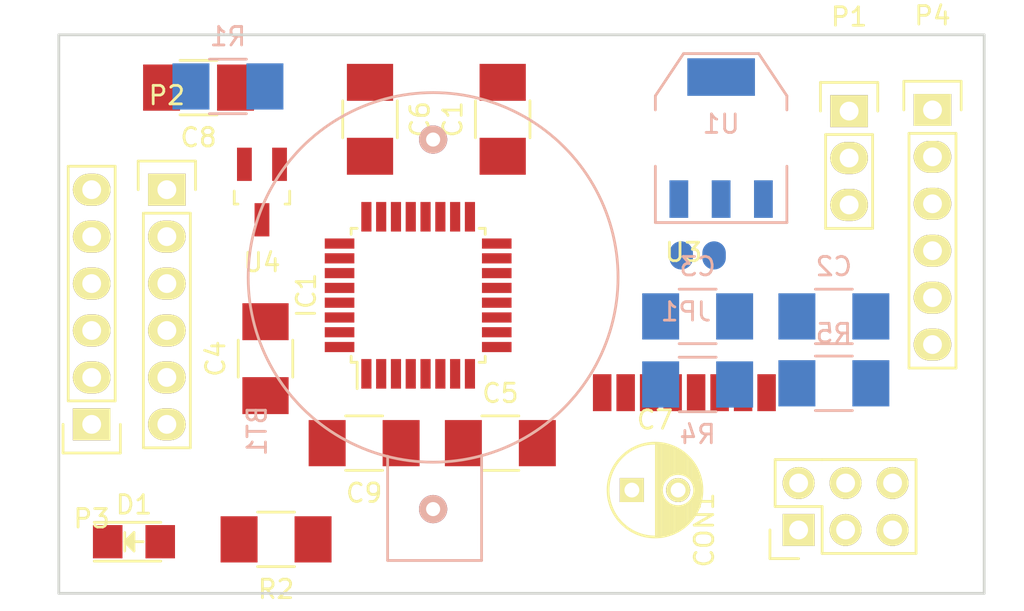
<source format=kicad_pcb>
(kicad_pcb (version 4) (host pcbnew 4.0.2-stable)

  (general
    (links 72)
    (no_connects 72)
    (area 143.561999 77.521999 193.750001 107.898001)
    (thickness 1.6)
    (drawings 12)
    (tracks 0)
    (zones 0)
    (modules 25)
    (nets 34)
  )

  (page A4)
  (layers
    (0 F.Cu signal)
    (31 B.Cu signal)
    (32 B.Adhes user)
    (33 F.Adhes user)
    (34 B.Paste user)
    (35 F.Paste user)
    (36 B.SilkS user)
    (37 F.SilkS user)
    (38 B.Mask user)
    (39 F.Mask user)
    (40 Dwgs.User user)
    (41 Cmts.User user)
    (42 Eco1.User user)
    (43 Eco2.User user)
    (44 Edge.Cuts user)
    (45 Margin user)
    (46 B.CrtYd user)
    (47 F.CrtYd user)
    (48 B.Fab user)
    (49 F.Fab user)
  )

  (setup
    (last_trace_width 0.25)
    (trace_clearance 0.2)
    (zone_clearance 0.508)
    (zone_45_only no)
    (trace_min 0.2)
    (segment_width 0.2)
    (edge_width 0.15)
    (via_size 0.6)
    (via_drill 0.4)
    (via_min_size 0.4)
    (via_min_drill 0.3)
    (uvia_size 0.3)
    (uvia_drill 0.1)
    (uvias_allowed no)
    (uvia_min_size 0.2)
    (uvia_min_drill 0.1)
    (pcb_text_width 0.3)
    (pcb_text_size 1.5 1.5)
    (mod_edge_width 0.15)
    (mod_text_size 1 1)
    (mod_text_width 0.15)
    (pad_size 1.524 1.524)
    (pad_drill 0.762)
    (pad_to_mask_clearance 0.2)
    (aux_axis_origin 0 0)
    (grid_origin 158.877 98.171)
    (visible_elements 7FFFFFFF)
    (pcbplotparams
      (layerselection 0x00030_80000001)
      (usegerberextensions false)
      (excludeedgelayer true)
      (linewidth 0.100000)
      (plotframeref false)
      (viasonmask false)
      (mode 1)
      (useauxorigin false)
      (hpglpennumber 1)
      (hpglpenspeed 20)
      (hpglpendiameter 15)
      (hpglpenoverlay 2)
      (psnegative false)
      (psa4output false)
      (plotreference true)
      (plotvalue true)
      (plotinvisibletext false)
      (padsonsilk false)
      (subtractmaskfromsilk false)
      (outputformat 1)
      (mirror false)
      (drillshape 1)
      (scaleselection 1)
      (outputdirectory ""))
  )

  (net 0 "")
  (net 1 GND)
  (net 2 "Net-(C1-Pad1)")
  (net 3 +BATT)
  (net 4 D3/Int1)
  (net 5 "Net-(IC1-Pad2)")
  (net 6 "Net-(IC1-Pad7)")
  (net 7 "Net-(IC1-Pad8)")
  (net 8 "Net-(IC1-Pad10)")
  (net 9 CE)
  (net 10 CSN)
  (net 11 MOSI)
  (net 12 MISO)
  (net 13 SCK)
  (net 14 "Net-(IC1-Pad19)")
  (net 15 "Net-(IC1-Pad22)")
  (net 16 A0)
  (net 17 A1)
  (net 18 A2)
  (net 19 A3)
  (net 20 SDA)
  (net 21 SCL)
  (net 22 RX)
  (net 23 TX)
  (net 24 D2/Int0)
  (net 25 Reset)
  (net 26 DTR)
  (net 27 "Net-(IC1-Pad11)")
  (net 28 D8)
  (net 29 "Net-(D1-Pad2)")
  (net 30 D5)
  (net 31 "Net-(BT1-Pad1)")
  (net 32 "Net-(C2-Pad1)")
  (net 33 "Net-(U3-Pad8)")

  (net_class Default "Dies ist die voreingestellte Netzklasse."
    (clearance 0.2)
    (trace_width 0.25)
    (via_dia 0.6)
    (via_drill 0.4)
    (uvia_dia 0.3)
    (uvia_drill 0.1)
    (add_net +BATT)
    (add_net A0)
    (add_net A1)
    (add_net A2)
    (add_net A3)
    (add_net CE)
    (add_net CSN)
    (add_net D2/Int0)
    (add_net D3/Int1)
    (add_net D5)
    (add_net D8)
    (add_net DTR)
    (add_net GND)
    (add_net MISO)
    (add_net MOSI)
    (add_net "Net-(BT1-Pad1)")
    (add_net "Net-(C1-Pad1)")
    (add_net "Net-(C2-Pad1)")
    (add_net "Net-(D1-Pad2)")
    (add_net "Net-(IC1-Pad10)")
    (add_net "Net-(IC1-Pad11)")
    (add_net "Net-(IC1-Pad19)")
    (add_net "Net-(IC1-Pad2)")
    (add_net "Net-(IC1-Pad22)")
    (add_net "Net-(IC1-Pad7)")
    (add_net "Net-(IC1-Pad8)")
    (add_net "Net-(U3-Pad8)")
    (add_net RX)
    (add_net Reset)
    (add_net SCK)
    (add_net SCL)
    (add_net SDA)
    (add_net TX)
  )

  (module Pin_Headers:Pin_Header_Straight_2x03 (layer F.Cu) (tedit 54EA0A4B) (tstamp 575452DD)
    (at 183.642 104.394 90)
    (descr "Through hole pin header")
    (tags "pin header")
    (path /57533B2A)
    (fp_text reference CON1 (at 0 -5.1 90) (layer F.SilkS)
      (effects (font (size 1 1) (thickness 0.15)))
    )
    (fp_text value AVR-ISP-6 (at 0 -3.1 90) (layer F.Fab)
      (effects (font (size 1 1) (thickness 0.15)))
    )
    (fp_line (start -1.27 1.27) (end -1.27 6.35) (layer F.SilkS) (width 0.15))
    (fp_line (start -1.55 -1.55) (end 0 -1.55) (layer F.SilkS) (width 0.15))
    (fp_line (start -1.75 -1.75) (end -1.75 6.85) (layer F.CrtYd) (width 0.05))
    (fp_line (start 4.3 -1.75) (end 4.3 6.85) (layer F.CrtYd) (width 0.05))
    (fp_line (start -1.75 -1.75) (end 4.3 -1.75) (layer F.CrtYd) (width 0.05))
    (fp_line (start -1.75 6.85) (end 4.3 6.85) (layer F.CrtYd) (width 0.05))
    (fp_line (start 1.27 -1.27) (end 1.27 1.27) (layer F.SilkS) (width 0.15))
    (fp_line (start 1.27 1.27) (end -1.27 1.27) (layer F.SilkS) (width 0.15))
    (fp_line (start -1.27 6.35) (end 3.81 6.35) (layer F.SilkS) (width 0.15))
    (fp_line (start 3.81 6.35) (end 3.81 1.27) (layer F.SilkS) (width 0.15))
    (fp_line (start -1.55 -1.55) (end -1.55 0) (layer F.SilkS) (width 0.15))
    (fp_line (start 3.81 -1.27) (end 1.27 -1.27) (layer F.SilkS) (width 0.15))
    (fp_line (start 3.81 1.27) (end 3.81 -1.27) (layer F.SilkS) (width 0.15))
    (pad 1 thru_hole rect (at 0 0 90) (size 1.7272 1.7272) (drill 1.016) (layers *.Cu *.Mask F.SilkS)
      (net 12 MISO))
    (pad 2 thru_hole oval (at 2.54 0 90) (size 1.7272 1.7272) (drill 1.016) (layers *.Cu *.Mask F.SilkS)
      (net 3 +BATT))
    (pad 3 thru_hole oval (at 0 2.54 90) (size 1.7272 1.7272) (drill 1.016) (layers *.Cu *.Mask F.SilkS)
      (net 13 SCK))
    (pad 4 thru_hole oval (at 2.54 2.54 90) (size 1.7272 1.7272) (drill 1.016) (layers *.Cu *.Mask F.SilkS)
      (net 11 MOSI))
    (pad 5 thru_hole oval (at 0 5.08 90) (size 1.7272 1.7272) (drill 1.016) (layers *.Cu *.Mask F.SilkS)
      (net 25 Reset))
    (pad 6 thru_hole oval (at 2.54 5.08 90) (size 1.7272 1.7272) (drill 1.016) (layers *.Cu *.Mask F.SilkS)
      (net 1 GND))
    (model Pin_Headers.3dshapes/Pin_Header_Straight_2x03.wrl
      (at (xyz 0.05 -0.1 0))
      (scale (xyz 1 1 1))
      (rotate (xyz 0 0 90))
    )
  )

  (module Housings_QFP:TQFP-32_7x7mm_Pitch0.8mm (layer F.Cu) (tedit 54130A77) (tstamp 57545307)
    (at 163.068 91.694 90)
    (descr "32-Lead Plastic Thin Quad Flatpack (PT) - 7x7x1.0 mm Body, 2.00 mm [TQFP] (see Microchip Packaging Specification 00000049BS.pdf)")
    (tags "QFP 0.8")
    (path /5734D1E1)
    (attr smd)
    (fp_text reference IC1 (at 0 -6.05 90) (layer F.SilkS)
      (effects (font (size 1 1) (thickness 0.15)))
    )
    (fp_text value ATMEGA328P-A (at 0 6.05 90) (layer F.Fab)
      (effects (font (size 1 1) (thickness 0.15)))
    )
    (fp_line (start -5.3 -5.3) (end -5.3 5.3) (layer F.CrtYd) (width 0.05))
    (fp_line (start 5.3 -5.3) (end 5.3 5.3) (layer F.CrtYd) (width 0.05))
    (fp_line (start -5.3 -5.3) (end 5.3 -5.3) (layer F.CrtYd) (width 0.05))
    (fp_line (start -5.3 5.3) (end 5.3 5.3) (layer F.CrtYd) (width 0.05))
    (fp_line (start -3.625 -3.625) (end -3.625 -3.3) (layer F.SilkS) (width 0.15))
    (fp_line (start 3.625 -3.625) (end 3.625 -3.3) (layer F.SilkS) (width 0.15))
    (fp_line (start 3.625 3.625) (end 3.625 3.3) (layer F.SilkS) (width 0.15))
    (fp_line (start -3.625 3.625) (end -3.625 3.3) (layer F.SilkS) (width 0.15))
    (fp_line (start -3.625 -3.625) (end -3.3 -3.625) (layer F.SilkS) (width 0.15))
    (fp_line (start -3.625 3.625) (end -3.3 3.625) (layer F.SilkS) (width 0.15))
    (fp_line (start 3.625 3.625) (end 3.3 3.625) (layer F.SilkS) (width 0.15))
    (fp_line (start 3.625 -3.625) (end 3.3 -3.625) (layer F.SilkS) (width 0.15))
    (fp_line (start -3.625 -3.3) (end -5.05 -3.3) (layer F.SilkS) (width 0.15))
    (pad 1 smd rect (at -4.25 -2.8 90) (size 1.6 0.55) (layers F.Cu F.Paste F.Mask)
      (net 4 D3/Int1))
    (pad 2 smd rect (at -4.25 -2 90) (size 1.6 0.55) (layers F.Cu F.Paste F.Mask)
      (net 5 "Net-(IC1-Pad2)"))
    (pad 3 smd rect (at -4.25 -1.2 90) (size 1.6 0.55) (layers F.Cu F.Paste F.Mask)
      (net 1 GND))
    (pad 4 smd rect (at -4.25 -0.4 90) (size 1.6 0.55) (layers F.Cu F.Paste F.Mask)
      (net 3 +BATT))
    (pad 5 smd rect (at -4.25 0.4 90) (size 1.6 0.55) (layers F.Cu F.Paste F.Mask)
      (net 1 GND))
    (pad 6 smd rect (at -4.25 1.2 90) (size 1.6 0.55) (layers F.Cu F.Paste F.Mask)
      (net 3 +BATT))
    (pad 7 smd rect (at -4.25 2 90) (size 1.6 0.55) (layers F.Cu F.Paste F.Mask)
      (net 6 "Net-(IC1-Pad7)"))
    (pad 8 smd rect (at -4.25 2.8 90) (size 1.6 0.55) (layers F.Cu F.Paste F.Mask)
      (net 7 "Net-(IC1-Pad8)"))
    (pad 9 smd rect (at -2.8 4.25 180) (size 1.6 0.55) (layers F.Cu F.Paste F.Mask)
      (net 30 D5))
    (pad 10 smd rect (at -2 4.25 180) (size 1.6 0.55) (layers F.Cu F.Paste F.Mask)
      (net 8 "Net-(IC1-Pad10)"))
    (pad 11 smd rect (at -1.2 4.25 180) (size 1.6 0.55) (layers F.Cu F.Paste F.Mask)
      (net 27 "Net-(IC1-Pad11)"))
    (pad 12 smd rect (at -0.4 4.25 180) (size 1.6 0.55) (layers F.Cu F.Paste F.Mask)
      (net 28 D8))
    (pad 13 smd rect (at 0.4 4.25 180) (size 1.6 0.55) (layers F.Cu F.Paste F.Mask)
      (net 9 CE))
    (pad 14 smd rect (at 1.2 4.25 180) (size 1.6 0.55) (layers F.Cu F.Paste F.Mask)
      (net 10 CSN))
    (pad 15 smd rect (at 2 4.25 180) (size 1.6 0.55) (layers F.Cu F.Paste F.Mask)
      (net 11 MOSI))
    (pad 16 smd rect (at 2.8 4.25 180) (size 1.6 0.55) (layers F.Cu F.Paste F.Mask)
      (net 12 MISO))
    (pad 17 smd rect (at 4.25 2.8 90) (size 1.6 0.55) (layers F.Cu F.Paste F.Mask)
      (net 13 SCK))
    (pad 18 smd rect (at 4.25 2 90) (size 1.6 0.55) (layers F.Cu F.Paste F.Mask)
      (net 3 +BATT))
    (pad 19 smd rect (at 4.25 1.2 90) (size 1.6 0.55) (layers F.Cu F.Paste F.Mask)
      (net 14 "Net-(IC1-Pad19)"))
    (pad 20 smd rect (at 4.25 0.4 90) (size 1.6 0.55) (layers F.Cu F.Paste F.Mask)
      (net 2 "Net-(C1-Pad1)"))
    (pad 21 smd rect (at 4.25 -0.4 90) (size 1.6 0.55) (layers F.Cu F.Paste F.Mask)
      (net 1 GND))
    (pad 22 smd rect (at 4.25 -1.2 90) (size 1.6 0.55) (layers F.Cu F.Paste F.Mask)
      (net 15 "Net-(IC1-Pad22)"))
    (pad 23 smd rect (at 4.25 -2 90) (size 1.6 0.55) (layers F.Cu F.Paste F.Mask)
      (net 16 A0))
    (pad 24 smd rect (at 4.25 -2.8 90) (size 1.6 0.55) (layers F.Cu F.Paste F.Mask)
      (net 17 A1))
    (pad 25 smd rect (at 2.8 -4.25 180) (size 1.6 0.55) (layers F.Cu F.Paste F.Mask)
      (net 18 A2))
    (pad 26 smd rect (at 2 -4.25 180) (size 1.6 0.55) (layers F.Cu F.Paste F.Mask)
      (net 19 A3))
    (pad 27 smd rect (at 1.2 -4.25 180) (size 1.6 0.55) (layers F.Cu F.Paste F.Mask)
      (net 20 SDA))
    (pad 28 smd rect (at 0.4 -4.25 180) (size 1.6 0.55) (layers F.Cu F.Paste F.Mask)
      (net 21 SCL))
    (pad 29 smd rect (at -0.4 -4.25 180) (size 1.6 0.55) (layers F.Cu F.Paste F.Mask)
      (net 25 Reset))
    (pad 30 smd rect (at -1.2 -4.25 180) (size 1.6 0.55) (layers F.Cu F.Paste F.Mask)
      (net 22 RX))
    (pad 31 smd rect (at -2 -4.25 180) (size 1.6 0.55) (layers F.Cu F.Paste F.Mask)
      (net 23 TX))
    (pad 32 smd rect (at -2.8 -4.25 180) (size 1.6 0.55) (layers F.Cu F.Paste F.Mask)
      (net 24 D2/Int0))
    (model Housings_QFP.3dshapes/TQFP-32_7x7mm_Pitch0.8mm.wrl
      (at (xyz 0 0 0))
      (scale (xyz 1 1 1))
      (rotate (xyz 0 0 0))
    )
  )

  (module Pin_Headers:Pin_Header_Straight_1x06 (layer F.Cu) (tedit 0) (tstamp 5754531B)
    (at 149.479 85.979)
    (descr "Through hole pin header")
    (tags "pin header")
    (path /57532D05)
    (fp_text reference P2 (at 0 -5.1) (layer F.SilkS)
      (effects (font (size 1 1) (thickness 0.15)))
    )
    (fp_text value CONN_01X06 (at 0 -3.1) (layer F.Fab)
      (effects (font (size 1 1) (thickness 0.15)))
    )
    (fp_line (start -1.75 -1.75) (end -1.75 14.45) (layer F.CrtYd) (width 0.05))
    (fp_line (start 1.75 -1.75) (end 1.75 14.45) (layer F.CrtYd) (width 0.05))
    (fp_line (start -1.75 -1.75) (end 1.75 -1.75) (layer F.CrtYd) (width 0.05))
    (fp_line (start -1.75 14.45) (end 1.75 14.45) (layer F.CrtYd) (width 0.05))
    (fp_line (start 1.27 1.27) (end 1.27 13.97) (layer F.SilkS) (width 0.15))
    (fp_line (start 1.27 13.97) (end -1.27 13.97) (layer F.SilkS) (width 0.15))
    (fp_line (start -1.27 13.97) (end -1.27 1.27) (layer F.SilkS) (width 0.15))
    (fp_line (start 1.55 -1.55) (end 1.55 0) (layer F.SilkS) (width 0.15))
    (fp_line (start 1.27 1.27) (end -1.27 1.27) (layer F.SilkS) (width 0.15))
    (fp_line (start -1.55 0) (end -1.55 -1.55) (layer F.SilkS) (width 0.15))
    (fp_line (start -1.55 -1.55) (end 1.55 -1.55) (layer F.SilkS) (width 0.15))
    (pad 1 thru_hole rect (at 0 0) (size 2.032 1.7272) (drill 1.016) (layers *.Cu *.Mask F.SilkS)
      (net 3 +BATT))
    (pad 2 thru_hole oval (at 0 2.54) (size 2.032 1.7272) (drill 1.016) (layers *.Cu *.Mask F.SilkS)
      (net 20 SDA))
    (pad 3 thru_hole oval (at 0 5.08) (size 2.032 1.7272) (drill 1.016) (layers *.Cu *.Mask F.SilkS)
      (net 21 SCL))
    (pad 4 thru_hole oval (at 0 7.62) (size 2.032 1.7272) (drill 1.016) (layers *.Cu *.Mask F.SilkS)
      (net 1 GND))
    (pad 5 thru_hole oval (at 0 10.16) (size 2.032 1.7272) (drill 1.016) (layers *.Cu *.Mask F.SilkS)
      (net 4 D3/Int1))
    (pad 6 thru_hole oval (at 0 12.7) (size 2.032 1.7272) (drill 1.016) (layers *.Cu *.Mask F.SilkS)
      (net 24 D2/Int0))
    (model Pin_Headers.3dshapes/Pin_Header_Straight_1x06.wrl
      (at (xyz 0 -0.25 0))
      (scale (xyz 1 1 1))
      (rotate (xyz 0 0 90))
    )
  )

  (module Pin_Headers:Pin_Header_Straight_1x06 (layer F.Cu) (tedit 0) (tstamp 57545325)
    (at 145.415 98.679 180)
    (descr "Through hole pin header")
    (tags "pin header")
    (path /57532E43)
    (fp_text reference P3 (at 0 -5.1 180) (layer F.SilkS)
      (effects (font (size 1 1) (thickness 0.15)))
    )
    (fp_text value CONN_01X06 (at 0 -3.1 180) (layer F.Fab)
      (effects (font (size 1 1) (thickness 0.15)))
    )
    (fp_line (start -1.75 -1.75) (end -1.75 14.45) (layer F.CrtYd) (width 0.05))
    (fp_line (start 1.75 -1.75) (end 1.75 14.45) (layer F.CrtYd) (width 0.05))
    (fp_line (start -1.75 -1.75) (end 1.75 -1.75) (layer F.CrtYd) (width 0.05))
    (fp_line (start -1.75 14.45) (end 1.75 14.45) (layer F.CrtYd) (width 0.05))
    (fp_line (start 1.27 1.27) (end 1.27 13.97) (layer F.SilkS) (width 0.15))
    (fp_line (start 1.27 13.97) (end -1.27 13.97) (layer F.SilkS) (width 0.15))
    (fp_line (start -1.27 13.97) (end -1.27 1.27) (layer F.SilkS) (width 0.15))
    (fp_line (start 1.55 -1.55) (end 1.55 0) (layer F.SilkS) (width 0.15))
    (fp_line (start 1.27 1.27) (end -1.27 1.27) (layer F.SilkS) (width 0.15))
    (fp_line (start -1.55 0) (end -1.55 -1.55) (layer F.SilkS) (width 0.15))
    (fp_line (start -1.55 -1.55) (end 1.55 -1.55) (layer F.SilkS) (width 0.15))
    (pad 1 thru_hole rect (at 0 0 180) (size 2.032 1.7272) (drill 1.016) (layers *.Cu *.Mask F.SilkS)
      (net 3 +BATT))
    (pad 2 thru_hole oval (at 0 2.54 180) (size 2.032 1.7272) (drill 1.016) (layers *.Cu *.Mask F.SilkS)
      (net 21 SCL))
    (pad 3 thru_hole oval (at 0 5.08 180) (size 2.032 1.7272) (drill 1.016) (layers *.Cu *.Mask F.SilkS)
      (net 20 SDA))
    (pad 4 thru_hole oval (at 0 7.62 180) (size 2.032 1.7272) (drill 1.016) (layers *.Cu *.Mask F.SilkS)
      (net 1 GND))
    (pad 5 thru_hole oval (at 0 10.16 180) (size 2.032 1.7272) (drill 1.016) (layers *.Cu *.Mask F.SilkS)
      (net 18 A2))
    (pad 6 thru_hole oval (at 0 12.7 180) (size 2.032 1.7272) (drill 1.016) (layers *.Cu *.Mask F.SilkS)
      (net 17 A1))
    (model Pin_Headers.3dshapes/Pin_Header_Straight_1x06.wrl
      (at (xyz 0 -0.25 0))
      (scale (xyz 1 1 1))
      (rotate (xyz 0 0 90))
    )
  )

  (module "Batteries:CR2032 Battery Holder" (layer B.Cu) (tedit 575AFF1C) (tstamp 575C8511)
    (at 158.877 88.265 270)
    (path /5734EA96)
    (fp_text reference BT1 (at 10.7696 4.5212 270) (layer B.SilkS)
      (effects (font (size 1 1) (thickness 0.15)) (justify mirror))
    )
    (fp_text value Battery (at 2.3876 -2.0574 270) (layer B.Fab)
      (effects (font (size 1 1) (thickness 0.15)) (justify mirror))
    )
    (fp_line (start 12.6492 -2.54) (end 12.1412 -2.54) (layer B.SilkS) (width 0.15))
    (fp_line (start 12.6746 -7.62) (end 12.0904 -7.62) (layer B.SilkS) (width 0.15))
    (fp_line (start 12.7 -2.54) (end 17.78 -2.54) (layer B.SilkS) (width 0.15))
    (fp_line (start 17.78 -2.54) (end 17.78 -7.62) (layer B.SilkS) (width 0.15))
    (fp_line (start 17.78 -7.62) (end 12.7 -7.62) (layer B.SilkS) (width 0.15))
    (fp_circle (center 2.46 -5) (end 12.46 -5) (layer B.SilkS) (width 0.15))
    (pad 2 thru_hole circle (at -5 -5 270) (size 1.524 1.524) (drill 0.762) (layers *.Cu *.Mask B.SilkS)
      (net 1 GND))
    (pad 1 thru_hole circle (at 15 -5 270) (size 1.524 1.524) (drill 0.762) (layers *.Cu *.Mask B.SilkS)
      (net 31 "Net-(BT1-Pad1)"))
  )

  (module Capacitors_SMD:C_1210_HandSoldering (layer F.Cu) (tedit 541A9C39) (tstamp 575C851D)
    (at 151.1935 80.4545 180)
    (descr "Capacitor SMD 1210, hand soldering")
    (tags "capacitor 1210")
    (path /573DA788)
    (attr smd)
    (fp_text reference C8 (at 0 -2.7 180) (layer F.SilkS)
      (effects (font (size 1 1) (thickness 0.15)))
    )
    (fp_text value 100nF (at 0 2.7 180) (layer F.Fab)
      (effects (font (size 1 1) (thickness 0.15)))
    )
    (fp_line (start -3.3 -1.6) (end 3.3 -1.6) (layer F.CrtYd) (width 0.05))
    (fp_line (start -3.3 1.6) (end 3.3 1.6) (layer F.CrtYd) (width 0.05))
    (fp_line (start -3.3 -1.6) (end -3.3 1.6) (layer F.CrtYd) (width 0.05))
    (fp_line (start 3.3 -1.6) (end 3.3 1.6) (layer F.CrtYd) (width 0.05))
    (fp_line (start 1 -1.475) (end -1 -1.475) (layer F.SilkS) (width 0.15))
    (fp_line (start -1 1.475) (end 1 1.475) (layer F.SilkS) (width 0.15))
    (pad 1 smd rect (at -2 0 180) (size 2 2.5) (layers F.Cu F.Paste F.Mask)
      (net 3 +BATT))
    (pad 2 smd rect (at 2 0 180) (size 2 2.5) (layers F.Cu F.Paste F.Mask)
      (net 1 GND))
    (model Capacitors_SMD.3dshapes/C_1210_HandSoldering.wrl
      (at (xyz 0 0 0))
      (scale (xyz 1 1 1))
      (rotate (xyz 0 0 0))
    )
  )

  (module mysensors_obscurities:2_pin_solder_jumper_smd (layer B.Cu) (tedit 55B93ED5) (tstamp 575C8523)
    (at 178.181 89.535)
    (path /57588742)
    (fp_text reference JP1 (at -0.635 3.048) (layer B.SilkS)
      (effects (font (size 1 1) (thickness 0.15)) (justify mirror))
    )
    (fp_text value JUMPER (at 0 1.524) (layer B.Fab)
      (effects (font (size 1 1) (thickness 0.15)) (justify mirror))
    )
    (pad 2 smd oval (at 0.889 0) (size 1.27 1.524) (layers B.Cu B.Paste B.Mask)
      (net 3 +BATT))
    (pad 1 smd oval (at -0.889 0) (size 1.27 1.524) (layers B.Cu B.Paste B.Mask)
      (net 32 "Net-(C2-Pad1)"))
  )

  (module Pin_Headers:Pin_Header_Straight_1x06 (layer F.Cu) (tedit 0) (tstamp 575C852D)
    (at 190.881 81.661)
    (descr "Through hole pin header")
    (tags "pin header")
    (path /57534C02)
    (fp_text reference P4 (at 0 -5.1) (layer F.SilkS)
      (effects (font (size 1 1) (thickness 0.15)))
    )
    (fp_text value CONN_01X06 (at 0 -3.1) (layer F.Fab)
      (effects (font (size 1 1) (thickness 0.15)))
    )
    (fp_line (start -1.75 -1.75) (end -1.75 14.45) (layer F.CrtYd) (width 0.05))
    (fp_line (start 1.75 -1.75) (end 1.75 14.45) (layer F.CrtYd) (width 0.05))
    (fp_line (start -1.75 -1.75) (end 1.75 -1.75) (layer F.CrtYd) (width 0.05))
    (fp_line (start -1.75 14.45) (end 1.75 14.45) (layer F.CrtYd) (width 0.05))
    (fp_line (start 1.27 1.27) (end 1.27 13.97) (layer F.SilkS) (width 0.15))
    (fp_line (start 1.27 13.97) (end -1.27 13.97) (layer F.SilkS) (width 0.15))
    (fp_line (start -1.27 13.97) (end -1.27 1.27) (layer F.SilkS) (width 0.15))
    (fp_line (start 1.55 -1.55) (end 1.55 0) (layer F.SilkS) (width 0.15))
    (fp_line (start 1.27 1.27) (end -1.27 1.27) (layer F.SilkS) (width 0.15))
    (fp_line (start -1.55 0) (end -1.55 -1.55) (layer F.SilkS) (width 0.15))
    (fp_line (start -1.55 -1.55) (end 1.55 -1.55) (layer F.SilkS) (width 0.15))
    (pad 1 thru_hole rect (at 0 0) (size 2.032 1.7272) (drill 1.016) (layers *.Cu *.Mask F.SilkS)
      (net 1 GND))
    (pad 2 thru_hole oval (at 0 2.54) (size 2.032 1.7272) (drill 1.016) (layers *.Cu *.Mask F.SilkS)
      (net 1 GND))
    (pad 3 thru_hole oval (at 0 5.08) (size 2.032 1.7272) (drill 1.016) (layers *.Cu *.Mask F.SilkS)
      (net 3 +BATT))
    (pad 4 thru_hole oval (at 0 7.62) (size 2.032 1.7272) (drill 1.016) (layers *.Cu *.Mask F.SilkS)
      (net 22 RX))
    (pad 5 thru_hole oval (at 0 10.16) (size 2.032 1.7272) (drill 1.016) (layers *.Cu *.Mask F.SilkS)
      (net 23 TX))
    (pad 6 thru_hole oval (at 0 12.7) (size 2.032 1.7272) (drill 1.016) (layers *.Cu *.Mask F.SilkS)
      (net 26 DTR))
    (model Pin_Headers.3dshapes/Pin_Header_Straight_1x06.wrl
      (at (xyz 0 -0.25 0))
      (scale (xyz 1 1 1))
      (rotate (xyz 0 0 90))
    )
  )

  (module TO_SOT_Packages_SMD:SOT-23_Handsoldering (layer F.Cu) (tedit 54E9291B) (tstamp 575C8534)
    (at 154.6225 86.106 180)
    (descr "SOT-23, Handsoldering")
    (tags SOT-23)
    (path /5734DF8F)
    (attr smd)
    (fp_text reference U4 (at 0 -3.81 180) (layer F.SilkS)
      (effects (font (size 1 1) (thickness 0.15)))
    )
    (fp_text value ATSHA204A (at 0 3.81 180) (layer F.Fab)
      (effects (font (size 1 1) (thickness 0.15)))
    )
    (fp_line (start -1.49982 0.0508) (end -1.49982 -0.65024) (layer F.SilkS) (width 0.15))
    (fp_line (start -1.49982 -0.65024) (end -1.2509 -0.65024) (layer F.SilkS) (width 0.15))
    (fp_line (start 1.29916 -0.65024) (end 1.49982 -0.65024) (layer F.SilkS) (width 0.15))
    (fp_line (start 1.49982 -0.65024) (end 1.49982 0.0508) (layer F.SilkS) (width 0.15))
    (pad 1 smd rect (at -0.95 1.50114 180) (size 0.8001 1.80086) (layers F.Cu F.Paste F.Mask)
      (net 19 A3))
    (pad 2 smd rect (at 0.95 1.50114 180) (size 0.8001 1.80086) (layers F.Cu F.Paste F.Mask)
      (net 3 +BATT))
    (pad 3 smd rect (at 0 -1.50114 180) (size 0.8001 1.80086) (layers F.Cu F.Paste F.Mask)
      (net 1 GND))
    (model TO_SOT_Packages_SMD.3dshapes/SOT-23_Handsoldering.wrl
      (at (xyz 0 0 0))
      (scale (xyz 1 1 1))
      (rotate (xyz 0 0 0))
    )
  )

  (module Pin_Headers:Pin_Header_Straight_1x03 (layer F.Cu) (tedit 0) (tstamp 575C8695)
    (at 186.3725 81.7245)
    (descr "Through hole pin header")
    (tags "pin header")
    (path /575873DC)
    (fp_text reference P1 (at 0 -5.1) (layer F.SilkS)
      (effects (font (size 1 1) (thickness 0.15)))
    )
    (fp_text value "Boost Converter Module" (at 0 -3.1) (layer F.Fab)
      (effects (font (size 1 1) (thickness 0.15)))
    )
    (fp_line (start -1.75 -1.75) (end -1.75 6.85) (layer F.CrtYd) (width 0.05))
    (fp_line (start 1.75 -1.75) (end 1.75 6.85) (layer F.CrtYd) (width 0.05))
    (fp_line (start -1.75 -1.75) (end 1.75 -1.75) (layer F.CrtYd) (width 0.05))
    (fp_line (start -1.75 6.85) (end 1.75 6.85) (layer F.CrtYd) (width 0.05))
    (fp_line (start -1.27 1.27) (end -1.27 6.35) (layer F.SilkS) (width 0.15))
    (fp_line (start -1.27 6.35) (end 1.27 6.35) (layer F.SilkS) (width 0.15))
    (fp_line (start 1.27 6.35) (end 1.27 1.27) (layer F.SilkS) (width 0.15))
    (fp_line (start 1.55 -1.55) (end 1.55 0) (layer F.SilkS) (width 0.15))
    (fp_line (start 1.27 1.27) (end -1.27 1.27) (layer F.SilkS) (width 0.15))
    (fp_line (start -1.55 0) (end -1.55 -1.55) (layer F.SilkS) (width 0.15))
    (fp_line (start -1.55 -1.55) (end 1.55 -1.55) (layer F.SilkS) (width 0.15))
    (pad 1 thru_hole rect (at 0 0) (size 2.032 1.7272) (drill 1.016) (layers *.Cu *.Mask F.SilkS)
      (net 31 "Net-(BT1-Pad1)"))
    (pad 2 thru_hole oval (at 0 2.54) (size 2.032 1.7272) (drill 1.016) (layers *.Cu *.Mask F.SilkS)
      (net 1 GND))
    (pad 3 thru_hole oval (at 0 5.08) (size 2.032 1.7272) (drill 1.016) (layers *.Cu *.Mask F.SilkS)
      (net 32 "Net-(C2-Pad1)"))
    (model Pin_Headers.3dshapes/Pin_Header_Straight_1x03.wrl
      (at (xyz 0 -0.1 0))
      (scale (xyz 1 1 1))
      (rotate (xyz 0 0 90))
    )
  )

  (module TO_SOT_Packages_SMD:SOT-223 (layer B.Cu) (tedit 0) (tstamp 575C871E)
    (at 179.451 83.185 180)
    (descr "module CMS SOT223 4 pins")
    (tags "CMS SOT")
    (path /575881E5)
    (attr smd)
    (fp_text reference U1 (at 0 0.762 180) (layer B.SilkS)
      (effects (font (size 1 1) (thickness 0.15)) (justify mirror))
    )
    (fp_text value AMS1117 (at 0 -0.762 180) (layer B.Fab)
      (effects (font (size 1 1) (thickness 0.15)) (justify mirror))
    )
    (fp_line (start -3.556 -1.524) (end -3.556 -4.572) (layer B.SilkS) (width 0.15))
    (fp_line (start -3.556 -4.572) (end 3.556 -4.572) (layer B.SilkS) (width 0.15))
    (fp_line (start 3.556 -4.572) (end 3.556 -1.524) (layer B.SilkS) (width 0.15))
    (fp_line (start -3.556 1.524) (end -3.556 2.286) (layer B.SilkS) (width 0.15))
    (fp_line (start -3.556 2.286) (end -2.032 4.572) (layer B.SilkS) (width 0.15))
    (fp_line (start -2.032 4.572) (end 2.032 4.572) (layer B.SilkS) (width 0.15))
    (fp_line (start 2.032 4.572) (end 3.556 2.286) (layer B.SilkS) (width 0.15))
    (fp_line (start 3.556 2.286) (end 3.556 1.524) (layer B.SilkS) (width 0.15))
    (pad 4 smd rect (at 0 3.302 180) (size 3.6576 2.032) (layers B.Cu B.Paste B.Mask))
    (pad 2 smd rect (at 0 -3.302 180) (size 1.016 2.032) (layers B.Cu B.Paste B.Mask)
      (net 3 +BATT))
    (pad 3 smd rect (at 2.286 -3.302 180) (size 1.016 2.032) (layers B.Cu B.Paste B.Mask)
      (net 32 "Net-(C2-Pad1)"))
    (pad 1 smd rect (at -2.286 -3.302 180) (size 1.016 2.032) (layers B.Cu B.Paste B.Mask)
      (net 1 GND))
    (model TO_SOT_Packages_SMD.3dshapes/SOT-223.wrl
      (at (xyz 0 0 0))
      (scale (xyz 0.4 0.4 0.4))
      (rotate (xyz 0 0 0))
    )
  )

  (module mysensors_radios:NRF24L01-SMD (layer F.Cu) (tedit 574A9E44) (tstamp 575C872A)
    (at 177.419 88.265)
    (path /5734DEEE)
    (fp_text reference U3 (at 0 1.1) (layer F.SilkS)
      (effects (font (size 1 1) (thickness 0.15)))
    )
    (fp_text value NRF24L01 (at 0 -4.8) (layer F.Fab)
      (effects (font (size 1 1) (thickness 0.15)))
    )
    (fp_line (start -6 -2.8) (end 6 -2.8) (layer F.CrtYd) (width 0.15))
    (fp_line (start -6 8.7) (end -6 -9.3) (layer F.CrtYd) (width 0.15))
    (fp_line (start 6 8.7) (end -6 8.7) (layer F.CrtYd) (width 0.15))
    (fp_line (start 6 -9.3) (end 6 8.7) (layer F.CrtYd) (width 0.15))
    (fp_line (start -6 -9.3) (end 6 -9.3) (layer F.CrtYd) (width 0.15))
    (pad 2 smd rect (at -4.4 8.7) (size 1 2) (layers F.Cu F.Paste F.Mask)
      (net 3 +BATT))
    (pad 1 smd rect (at -3.13 8.7) (size 1 2) (layers F.Cu F.Paste F.Mask)
      (net 1 GND))
    (pad 3 smd rect (at -1.86 8.7) (size 1 2) (layers F.Cu F.Paste F.Mask)
      (net 9 CE))
    (pad 4 smd rect (at -0.59 8.7) (size 1 2) (layers F.Cu F.Paste F.Mask)
      (net 10 CSN))
    (pad 5 smd rect (at 0.68 8.7) (size 1 2) (layers F.Cu F.Paste F.Mask)
      (net 13 SCK))
    (pad 6 smd rect (at 1.95 8.7) (size 1 2) (layers F.Cu F.Paste F.Mask)
      (net 11 MOSI))
    (pad 7 smd rect (at 3.22 8.7) (size 1 2) (layers F.Cu F.Paste F.Mask)
      (net 12 MISO))
    (pad 8 smd rect (at 4.49 8.7) (size 1 2) (layers F.Cu F.Paste F.Mask)
      (net 33 "Net-(U3-Pad8)"))
    (model ${MYSLOCAL}/mysensors.3dshapes/mysensors_radios.3dshapes/nrf24smd.wrl
      (at (xyz -5.7625 2.9 0.03))
      (scale (xyz 0.395 0.395 0.395))
      (rotate (xyz 0 0 0))
    )
    (model Housings_DFN_QFN.3dshapes/QFN-20-1EP_5x5mm_Pitch0.65mm.wrl
      (at (xyz 0.0165 -0.109 0.062))
      (scale (xyz 1 1 1))
      (rotate (xyz 0 0 0))
    )
  )

  (module Capacitors_SMD:C_1210_HandSoldering (layer F.Cu) (tedit 541A9C39) (tstamp 575C885A)
    (at 167.64 82.169 90)
    (descr "Capacitor SMD 1210, hand soldering")
    (tags "capacitor 1210")
    (path /5734D464)
    (attr smd)
    (fp_text reference C1 (at 0 -2.7 90) (layer F.SilkS)
      (effects (font (size 1 1) (thickness 0.15)))
    )
    (fp_text value 100nF (at 0 2.7 90) (layer F.Fab)
      (effects (font (size 1 1) (thickness 0.15)))
    )
    (fp_line (start -3.3 -1.6) (end 3.3 -1.6) (layer F.CrtYd) (width 0.05))
    (fp_line (start -3.3 1.6) (end 3.3 1.6) (layer F.CrtYd) (width 0.05))
    (fp_line (start -3.3 -1.6) (end -3.3 1.6) (layer F.CrtYd) (width 0.05))
    (fp_line (start 3.3 -1.6) (end 3.3 1.6) (layer F.CrtYd) (width 0.05))
    (fp_line (start 1 -1.475) (end -1 -1.475) (layer F.SilkS) (width 0.15))
    (fp_line (start -1 1.475) (end 1 1.475) (layer F.SilkS) (width 0.15))
    (pad 1 smd rect (at -2 0 90) (size 2 2.5) (layers F.Cu F.Paste F.Mask)
      (net 2 "Net-(C1-Pad1)"))
    (pad 2 smd rect (at 2 0 90) (size 2 2.5) (layers F.Cu F.Paste F.Mask)
      (net 1 GND))
    (model Capacitors_SMD.3dshapes/C_1210_HandSoldering.wrl
      (at (xyz 0 0 0))
      (scale (xyz 1 1 1))
      (rotate (xyz 0 0 0))
    )
  )

  (module Capacitors_SMD:C_1210_HandSoldering (layer B.Cu) (tedit 541A9C39) (tstamp 575C8860)
    (at 185.547 92.837 180)
    (descr "Capacitor SMD 1210, hand soldering")
    (tags "capacitor 1210")
    (path /573DC584)
    (attr smd)
    (fp_text reference C2 (at 0 2.7 180) (layer B.SilkS)
      (effects (font (size 1 1) (thickness 0.15)) (justify mirror))
    )
    (fp_text value 100nF (at 0 -2.7 180) (layer B.Fab)
      (effects (font (size 1 1) (thickness 0.15)) (justify mirror))
    )
    (fp_line (start -3.3 1.6) (end 3.3 1.6) (layer B.CrtYd) (width 0.05))
    (fp_line (start -3.3 -1.6) (end 3.3 -1.6) (layer B.CrtYd) (width 0.05))
    (fp_line (start -3.3 1.6) (end -3.3 -1.6) (layer B.CrtYd) (width 0.05))
    (fp_line (start 3.3 1.6) (end 3.3 -1.6) (layer B.CrtYd) (width 0.05))
    (fp_line (start 1 1.475) (end -1 1.475) (layer B.SilkS) (width 0.15))
    (fp_line (start -1 -1.475) (end 1 -1.475) (layer B.SilkS) (width 0.15))
    (pad 1 smd rect (at -2 0 180) (size 2 2.5) (layers B.Cu B.Paste B.Mask)
      (net 32 "Net-(C2-Pad1)"))
    (pad 2 smd rect (at 2 0 180) (size 2 2.5) (layers B.Cu B.Paste B.Mask)
      (net 1 GND))
    (model Capacitors_SMD.3dshapes/C_1210_HandSoldering.wrl
      (at (xyz 0 0 0))
      (scale (xyz 1 1 1))
      (rotate (xyz 0 0 0))
    )
  )

  (module Capacitors_SMD:C_1210_HandSoldering (layer B.Cu) (tedit 541A9C39) (tstamp 575C8866)
    (at 178.181 92.837 180)
    (descr "Capacitor SMD 1210, hand soldering")
    (tags "capacitor 1210")
    (path /5758B622)
    (attr smd)
    (fp_text reference C3 (at 0 2.7 180) (layer B.SilkS)
      (effects (font (size 1 1) (thickness 0.15)) (justify mirror))
    )
    (fp_text value 22nF (at 0 -2.7 180) (layer B.Fab)
      (effects (font (size 1 1) (thickness 0.15)) (justify mirror))
    )
    (fp_line (start -3.3 1.6) (end 3.3 1.6) (layer B.CrtYd) (width 0.05))
    (fp_line (start -3.3 -1.6) (end 3.3 -1.6) (layer B.CrtYd) (width 0.05))
    (fp_line (start -3.3 1.6) (end -3.3 -1.6) (layer B.CrtYd) (width 0.05))
    (fp_line (start 3.3 1.6) (end 3.3 -1.6) (layer B.CrtYd) (width 0.05))
    (fp_line (start 1 1.475) (end -1 1.475) (layer B.SilkS) (width 0.15))
    (fp_line (start -1 -1.475) (end 1 -1.475) (layer B.SilkS) (width 0.15))
    (pad 1 smd rect (at -2 0 180) (size 2 2.5) (layers B.Cu B.Paste B.Mask)
      (net 3 +BATT))
    (pad 2 smd rect (at 2 0 180) (size 2 2.5) (layers B.Cu B.Paste B.Mask)
      (net 1 GND))
    (model Capacitors_SMD.3dshapes/C_1210_HandSoldering.wrl
      (at (xyz 0 0 0))
      (scale (xyz 1 1 1))
      (rotate (xyz 0 0 0))
    )
  )

  (module Capacitors_SMD:C_1210_HandSoldering (layer F.Cu) (tedit 541A9C39) (tstamp 575C886C)
    (at 154.813 95.123 90)
    (descr "Capacitor SMD 1210, hand soldering")
    (tags "capacitor 1210")
    (path /5752FDC1)
    (attr smd)
    (fp_text reference C4 (at 0 -2.7 90) (layer F.SilkS)
      (effects (font (size 1 1) (thickness 0.15)))
    )
    (fp_text value 100nF (at 0 2.7 90) (layer F.Fab)
      (effects (font (size 1 1) (thickness 0.15)))
    )
    (fp_line (start -3.3 -1.6) (end 3.3 -1.6) (layer F.CrtYd) (width 0.05))
    (fp_line (start -3.3 1.6) (end 3.3 1.6) (layer F.CrtYd) (width 0.05))
    (fp_line (start -3.3 -1.6) (end -3.3 1.6) (layer F.CrtYd) (width 0.05))
    (fp_line (start 3.3 -1.6) (end 3.3 1.6) (layer F.CrtYd) (width 0.05))
    (fp_line (start 1 -1.475) (end -1 -1.475) (layer F.SilkS) (width 0.15))
    (fp_line (start -1 1.475) (end 1 1.475) (layer F.SilkS) (width 0.15))
    (pad 1 smd rect (at -2 0 90) (size 2 2.5) (layers F.Cu F.Paste F.Mask)
      (net 26 DTR))
    (pad 2 smd rect (at 2 0 90) (size 2 2.5) (layers F.Cu F.Paste F.Mask)
      (net 25 Reset))
    (model Capacitors_SMD.3dshapes/C_1210_HandSoldering.wrl
      (at (xyz 0 0 0))
      (scale (xyz 1 1 1))
      (rotate (xyz 0 0 0))
    )
  )

  (module Capacitors_SMD:C_1210_HandSoldering (layer F.Cu) (tedit 541A9C39) (tstamp 575C8872)
    (at 167.513 99.695)
    (descr "Capacitor SMD 1210, hand soldering")
    (tags "capacitor 1210")
    (path /5734D80F)
    (attr smd)
    (fp_text reference C5 (at 0 -2.7) (layer F.SilkS)
      (effects (font (size 1 1) (thickness 0.15)))
    )
    (fp_text value 100nF (at 0 2.7) (layer F.Fab)
      (effects (font (size 1 1) (thickness 0.15)))
    )
    (fp_line (start -3.3 -1.6) (end 3.3 -1.6) (layer F.CrtYd) (width 0.05))
    (fp_line (start -3.3 1.6) (end 3.3 1.6) (layer F.CrtYd) (width 0.05))
    (fp_line (start -3.3 -1.6) (end -3.3 1.6) (layer F.CrtYd) (width 0.05))
    (fp_line (start 3.3 -1.6) (end 3.3 1.6) (layer F.CrtYd) (width 0.05))
    (fp_line (start 1 -1.475) (end -1 -1.475) (layer F.SilkS) (width 0.15))
    (fp_line (start -1 1.475) (end 1 1.475) (layer F.SilkS) (width 0.15))
    (pad 1 smd rect (at -2 0) (size 2 2.5) (layers F.Cu F.Paste F.Mask)
      (net 3 +BATT))
    (pad 2 smd rect (at 2 0) (size 2 2.5) (layers F.Cu F.Paste F.Mask)
      (net 1 GND))
    (model Capacitors_SMD.3dshapes/C_1210_HandSoldering.wrl
      (at (xyz 0 0 0))
      (scale (xyz 1 1 1))
      (rotate (xyz 0 0 0))
    )
  )

  (module Capacitors_ThroughHole:C_Radial_D5_L6_P2.5 (layer F.Cu) (tedit 0) (tstamp 575C8878)
    (at 174.625 102.235)
    (descr "Radial Electrolytic Capacitor Diameter 5mm x Length 6mm, Pitch 2.5mm")
    (tags "Electrolytic Capacitor")
    (path /573DC97D)
    (fp_text reference C7 (at 1.25 -3.8) (layer F.SilkS)
      (effects (font (size 1 1) (thickness 0.15)))
    )
    (fp_text value 47uF (at 1.25 3.8) (layer F.Fab)
      (effects (font (size 1 1) (thickness 0.15)))
    )
    (fp_line (start 1.325 -2.499) (end 1.325 2.499) (layer F.SilkS) (width 0.15))
    (fp_line (start 1.465 -2.491) (end 1.465 2.491) (layer F.SilkS) (width 0.15))
    (fp_line (start 1.605 -2.475) (end 1.605 -0.095) (layer F.SilkS) (width 0.15))
    (fp_line (start 1.605 0.095) (end 1.605 2.475) (layer F.SilkS) (width 0.15))
    (fp_line (start 1.745 -2.451) (end 1.745 -0.49) (layer F.SilkS) (width 0.15))
    (fp_line (start 1.745 0.49) (end 1.745 2.451) (layer F.SilkS) (width 0.15))
    (fp_line (start 1.885 -2.418) (end 1.885 -0.657) (layer F.SilkS) (width 0.15))
    (fp_line (start 1.885 0.657) (end 1.885 2.418) (layer F.SilkS) (width 0.15))
    (fp_line (start 2.025 -2.377) (end 2.025 -0.764) (layer F.SilkS) (width 0.15))
    (fp_line (start 2.025 0.764) (end 2.025 2.377) (layer F.SilkS) (width 0.15))
    (fp_line (start 2.165 -2.327) (end 2.165 -0.835) (layer F.SilkS) (width 0.15))
    (fp_line (start 2.165 0.835) (end 2.165 2.327) (layer F.SilkS) (width 0.15))
    (fp_line (start 2.305 -2.266) (end 2.305 -0.879) (layer F.SilkS) (width 0.15))
    (fp_line (start 2.305 0.879) (end 2.305 2.266) (layer F.SilkS) (width 0.15))
    (fp_line (start 2.445 -2.196) (end 2.445 -0.898) (layer F.SilkS) (width 0.15))
    (fp_line (start 2.445 0.898) (end 2.445 2.196) (layer F.SilkS) (width 0.15))
    (fp_line (start 2.585 -2.114) (end 2.585 -0.896) (layer F.SilkS) (width 0.15))
    (fp_line (start 2.585 0.896) (end 2.585 2.114) (layer F.SilkS) (width 0.15))
    (fp_line (start 2.725 -2.019) (end 2.725 -0.871) (layer F.SilkS) (width 0.15))
    (fp_line (start 2.725 0.871) (end 2.725 2.019) (layer F.SilkS) (width 0.15))
    (fp_line (start 2.865 -1.908) (end 2.865 -0.823) (layer F.SilkS) (width 0.15))
    (fp_line (start 2.865 0.823) (end 2.865 1.908) (layer F.SilkS) (width 0.15))
    (fp_line (start 3.005 -1.78) (end 3.005 -0.745) (layer F.SilkS) (width 0.15))
    (fp_line (start 3.005 0.745) (end 3.005 1.78) (layer F.SilkS) (width 0.15))
    (fp_line (start 3.145 -1.631) (end 3.145 -0.628) (layer F.SilkS) (width 0.15))
    (fp_line (start 3.145 0.628) (end 3.145 1.631) (layer F.SilkS) (width 0.15))
    (fp_line (start 3.285 -1.452) (end 3.285 -0.44) (layer F.SilkS) (width 0.15))
    (fp_line (start 3.285 0.44) (end 3.285 1.452) (layer F.SilkS) (width 0.15))
    (fp_line (start 3.425 -1.233) (end 3.425 1.233) (layer F.SilkS) (width 0.15))
    (fp_line (start 3.565 -0.944) (end 3.565 0.944) (layer F.SilkS) (width 0.15))
    (fp_line (start 3.705 -0.472) (end 3.705 0.472) (layer F.SilkS) (width 0.15))
    (fp_circle (center 2.5 0) (end 2.5 -0.9) (layer F.SilkS) (width 0.15))
    (fp_circle (center 1.25 0) (end 1.25 -2.5375) (layer F.SilkS) (width 0.15))
    (fp_circle (center 1.25 0) (end 1.25 -2.8) (layer F.CrtYd) (width 0.05))
    (pad 1 thru_hole rect (at 0 0) (size 1.3 1.3) (drill 0.8) (layers *.Cu *.Mask F.SilkS)
      (net 3 +BATT))
    (pad 2 thru_hole circle (at 2.5 0) (size 1.3 1.3) (drill 0.8) (layers *.Cu *.Mask F.SilkS)
      (net 1 GND))
    (model Capacitors_ThroughHole.3dshapes/C_Radial_D5_L6_P2.5.wrl
      (at (xyz 0.0492126 0 0))
      (scale (xyz 1 1 1))
      (rotate (xyz 0 0 90))
    )
  )

  (module LEDs:LED_1206 (layer F.Cu) (tedit 55BDE2E8) (tstamp 575C887E)
    (at 147.701 105.029)
    (descr "LED 1206 smd package")
    (tags "LED1206 SMD")
    (path /57545A93)
    (attr smd)
    (fp_text reference D1 (at 0 -2) (layer F.SilkS)
      (effects (font (size 1 1) (thickness 0.15)))
    )
    (fp_text value LED (at 0 2) (layer F.Fab)
      (effects (font (size 1 1) (thickness 0.15)))
    )
    (fp_line (start -2.15 1.05) (end 1.45 1.05) (layer F.SilkS) (width 0.15))
    (fp_line (start -2.15 -1.05) (end 1.45 -1.05) (layer F.SilkS) (width 0.15))
    (fp_line (start -0.1 -0.3) (end -0.1 0.3) (layer F.SilkS) (width 0.15))
    (fp_line (start -0.1 0.3) (end -0.4 0) (layer F.SilkS) (width 0.15))
    (fp_line (start -0.4 0) (end -0.2 -0.2) (layer F.SilkS) (width 0.15))
    (fp_line (start -0.2 -0.2) (end -0.2 0.05) (layer F.SilkS) (width 0.15))
    (fp_line (start -0.2 0.05) (end -0.25 0) (layer F.SilkS) (width 0.15))
    (fp_line (start -0.5 -0.5) (end -0.5 0.5) (layer F.SilkS) (width 0.15))
    (fp_line (start 0 0) (end 0.5 0) (layer F.SilkS) (width 0.15))
    (fp_line (start -0.5 0) (end 0 -0.5) (layer F.SilkS) (width 0.15))
    (fp_line (start 0 -0.5) (end 0 0.5) (layer F.SilkS) (width 0.15))
    (fp_line (start 0 0.5) (end -0.5 0) (layer F.SilkS) (width 0.15))
    (fp_line (start 2.5 -1.25) (end -2.5 -1.25) (layer F.CrtYd) (width 0.05))
    (fp_line (start -2.5 -1.25) (end -2.5 1.25) (layer F.CrtYd) (width 0.05))
    (fp_line (start -2.5 1.25) (end 2.5 1.25) (layer F.CrtYd) (width 0.05))
    (fp_line (start 2.5 1.25) (end 2.5 -1.25) (layer F.CrtYd) (width 0.05))
    (pad 2 smd rect (at 1.41986 0 180) (size 1.59766 1.80086) (layers F.Cu F.Paste F.Mask)
      (net 29 "Net-(D1-Pad2)"))
    (pad 1 smd rect (at -1.41986 0 180) (size 1.59766 1.80086) (layers F.Cu F.Paste F.Mask)
      (net 1 GND))
    (model LEDs.3dshapes/LED_1206.wrl
      (at (xyz 0 0 0))
      (scale (xyz 1 1 1))
      (rotate (xyz 0 0 180))
    )
  )

  (module Capacitors_SMD:C_1210_HandSoldering (layer F.Cu) (tedit 541A9C39) (tstamp 575C88DD)
    (at 160.4645 82.169 270)
    (descr "Capacitor SMD 1210, hand soldering")
    (tags "capacitor 1210")
    (path /5734D8C9)
    (attr smd)
    (fp_text reference C6 (at 0 -2.7 270) (layer F.SilkS)
      (effects (font (size 1 1) (thickness 0.15)))
    )
    (fp_text value 100nF (at 0 2.7 270) (layer F.Fab)
      (effects (font (size 1 1) (thickness 0.15)))
    )
    (fp_line (start -3.3 -1.6) (end 3.3 -1.6) (layer F.CrtYd) (width 0.05))
    (fp_line (start -3.3 1.6) (end 3.3 1.6) (layer F.CrtYd) (width 0.05))
    (fp_line (start -3.3 -1.6) (end -3.3 1.6) (layer F.CrtYd) (width 0.05))
    (fp_line (start 3.3 -1.6) (end 3.3 1.6) (layer F.CrtYd) (width 0.05))
    (fp_line (start 1 -1.475) (end -1 -1.475) (layer F.SilkS) (width 0.15))
    (fp_line (start -1 1.475) (end 1 1.475) (layer F.SilkS) (width 0.15))
    (pad 1 smd rect (at -2 0 270) (size 2 2.5) (layers F.Cu F.Paste F.Mask)
      (net 3 +BATT))
    (pad 2 smd rect (at 2 0 270) (size 2 2.5) (layers F.Cu F.Paste F.Mask)
      (net 1 GND))
    (model Capacitors_SMD.3dshapes/C_1210_HandSoldering.wrl
      (at (xyz 0 0 0))
      (scale (xyz 1 1 1))
      (rotate (xyz 0 0 0))
    )
  )

  (module Capacitors_SMD:C_1210_HandSoldering (layer F.Cu) (tedit 541A9C39) (tstamp 575C893E)
    (at 160.147 99.695 180)
    (descr "Capacitor SMD 1210, hand soldering")
    (tags "capacitor 1210")
    (path /575C9A95)
    (attr smd)
    (fp_text reference C9 (at 0 -2.7 180) (layer F.SilkS)
      (effects (font (size 1 1) (thickness 0.15)))
    )
    (fp_text value 100nF (at 0 2.7 180) (layer F.Fab)
      (effects (font (size 1 1) (thickness 0.15)))
    )
    (fp_line (start -3.3 -1.6) (end 3.3 -1.6) (layer F.CrtYd) (width 0.05))
    (fp_line (start -3.3 1.6) (end 3.3 1.6) (layer F.CrtYd) (width 0.05))
    (fp_line (start -3.3 -1.6) (end -3.3 1.6) (layer F.CrtYd) (width 0.05))
    (fp_line (start 3.3 -1.6) (end 3.3 1.6) (layer F.CrtYd) (width 0.05))
    (fp_line (start 1 -1.475) (end -1 -1.475) (layer F.SilkS) (width 0.15))
    (fp_line (start -1 1.475) (end 1 1.475) (layer F.SilkS) (width 0.15))
    (pad 1 smd rect (at -2 0 180) (size 2 2.5) (layers F.Cu F.Paste F.Mask)
      (net 3 +BATT))
    (pad 2 smd rect (at 2 0 180) (size 2 2.5) (layers F.Cu F.Paste F.Mask)
      (net 1 GND))
    (model Capacitors_SMD.3dshapes/C_1210_HandSoldering.wrl
      (at (xyz 0 0 0))
      (scale (xyz 1 1 1))
      (rotate (xyz 0 0 0))
    )
  )

  (module Resistors_SMD:R_1210_HandSoldering (layer B.Cu) (tedit 5418A32D) (tstamp 575C8A04)
    (at 152.781 80.391 180)
    (descr "Resistor SMD 1210, hand soldering")
    (tags "resistor 1210")
    (path /5734D263)
    (attr smd)
    (fp_text reference R1 (at 0 2.7 180) (layer B.SilkS)
      (effects (font (size 1 1) (thickness 0.15)) (justify mirror))
    )
    (fp_text value 10k (at 0 -2.7 180) (layer B.Fab)
      (effects (font (size 1 1) (thickness 0.15)) (justify mirror))
    )
    (fp_line (start -3.3 1.6) (end 3.3 1.6) (layer B.CrtYd) (width 0.05))
    (fp_line (start -3.3 -1.6) (end 3.3 -1.6) (layer B.CrtYd) (width 0.05))
    (fp_line (start -3.3 1.6) (end -3.3 -1.6) (layer B.CrtYd) (width 0.05))
    (fp_line (start 3.3 1.6) (end 3.3 -1.6) (layer B.CrtYd) (width 0.05))
    (fp_line (start 1 -1.475) (end -1 -1.475) (layer B.SilkS) (width 0.15))
    (fp_line (start -1 1.475) (end 1 1.475) (layer B.SilkS) (width 0.15))
    (pad 1 smd rect (at -2 0 180) (size 2 2.5) (layers B.Cu B.Paste B.Mask)
      (net 25 Reset))
    (pad 2 smd rect (at 2 0 180) (size 2 2.5) (layers B.Cu B.Paste B.Mask)
      (net 3 +BATT))
    (model Resistors_SMD.3dshapes/R_1210_HandSoldering.wrl
      (at (xyz 0 0 0))
      (scale (xyz 1 1 1))
      (rotate (xyz 0 0 0))
    )
  )

  (module Resistors_SMD:R_1210_HandSoldering (layer F.Cu) (tedit 5418A32D) (tstamp 575C8A0A)
    (at 155.3845 104.902 180)
    (descr "Resistor SMD 1210, hand soldering")
    (tags "resistor 1210")
    (path /57545F88)
    (attr smd)
    (fp_text reference R2 (at 0 -2.7 180) (layer F.SilkS)
      (effects (font (size 1 1) (thickness 0.15)))
    )
    (fp_text value 220 (at 0 2.7 180) (layer F.Fab)
      (effects (font (size 1 1) (thickness 0.15)))
    )
    (fp_line (start -3.3 -1.6) (end 3.3 -1.6) (layer F.CrtYd) (width 0.05))
    (fp_line (start -3.3 1.6) (end 3.3 1.6) (layer F.CrtYd) (width 0.05))
    (fp_line (start -3.3 -1.6) (end -3.3 1.6) (layer F.CrtYd) (width 0.05))
    (fp_line (start 3.3 -1.6) (end 3.3 1.6) (layer F.CrtYd) (width 0.05))
    (fp_line (start 1 1.475) (end -1 1.475) (layer F.SilkS) (width 0.15))
    (fp_line (start -1 -1.475) (end 1 -1.475) (layer F.SilkS) (width 0.15))
    (pad 1 smd rect (at -2 0 180) (size 2 2.5) (layers F.Cu F.Paste F.Mask)
      (net 30 D5))
    (pad 2 smd rect (at 2 0 180) (size 2 2.5) (layers F.Cu F.Paste F.Mask)
      (net 29 "Net-(D1-Pad2)"))
    (model Resistors_SMD.3dshapes/R_1210_HandSoldering.wrl
      (at (xyz 0 0 0))
      (scale (xyz 1 1 1))
      (rotate (xyz 0 0 0))
    )
  )

  (module Resistors_SMD:R_1210_HandSoldering (layer B.Cu) (tedit 5418A32D) (tstamp 575C8A10)
    (at 178.181 96.52)
    (descr "Resistor SMD 1210, hand soldering")
    (tags "resistor 1210")
    (path /573DAE87)
    (attr smd)
    (fp_text reference R4 (at 0 2.7) (layer B.SilkS)
      (effects (font (size 1 1) (thickness 0.15)) (justify mirror))
    )
    (fp_text value 10k (at 0 -2.7) (layer B.Fab)
      (effects (font (size 1 1) (thickness 0.15)) (justify mirror))
    )
    (fp_line (start -3.3 1.6) (end 3.3 1.6) (layer B.CrtYd) (width 0.05))
    (fp_line (start -3.3 -1.6) (end 3.3 -1.6) (layer B.CrtYd) (width 0.05))
    (fp_line (start -3.3 1.6) (end -3.3 -1.6) (layer B.CrtYd) (width 0.05))
    (fp_line (start 3.3 1.6) (end 3.3 -1.6) (layer B.CrtYd) (width 0.05))
    (fp_line (start 1 -1.475) (end -1 -1.475) (layer B.SilkS) (width 0.15))
    (fp_line (start -1 1.475) (end 1 1.475) (layer B.SilkS) (width 0.15))
    (pad 1 smd rect (at -2 0) (size 2 2.5) (layers B.Cu B.Paste B.Mask)
      (net 20 SDA))
    (pad 2 smd rect (at 2 0) (size 2 2.5) (layers B.Cu B.Paste B.Mask)
      (net 3 +BATT))
    (model Resistors_SMD.3dshapes/R_1210_HandSoldering.wrl
      (at (xyz 0 0 0))
      (scale (xyz 1 1 1))
      (rotate (xyz 0 0 0))
    )
  )

  (module Resistors_SMD:R_1210_HandSoldering (layer B.Cu) (tedit 5418A32D) (tstamp 575C8A16)
    (at 185.547 96.4565 180)
    (descr "Resistor SMD 1210, hand soldering")
    (tags "resistor 1210")
    (path /573DB14A)
    (attr smd)
    (fp_text reference R5 (at 0 2.7 180) (layer B.SilkS)
      (effects (font (size 1 1) (thickness 0.15)) (justify mirror))
    )
    (fp_text value 10k (at 0 -2.7 180) (layer B.Fab)
      (effects (font (size 1 1) (thickness 0.15)) (justify mirror))
    )
    (fp_line (start -3.3 1.6) (end 3.3 1.6) (layer B.CrtYd) (width 0.05))
    (fp_line (start -3.3 -1.6) (end 3.3 -1.6) (layer B.CrtYd) (width 0.05))
    (fp_line (start -3.3 1.6) (end -3.3 -1.6) (layer B.CrtYd) (width 0.05))
    (fp_line (start 3.3 1.6) (end 3.3 -1.6) (layer B.CrtYd) (width 0.05))
    (fp_line (start 1 -1.475) (end -1 -1.475) (layer B.SilkS) (width 0.15))
    (fp_line (start -1 1.475) (end 1 1.475) (layer B.SilkS) (width 0.15))
    (pad 1 smd rect (at -2 0 180) (size 2 2.5) (layers B.Cu B.Paste B.Mask)
      (net 21 SCL))
    (pad 2 smd rect (at 2 0 180) (size 2 2.5) (layers B.Cu B.Paste B.Mask)
      (net 3 +BATT))
    (model Resistors_SMD.3dshapes/R_1210_HandSoldering.wrl
      (at (xyz 0 0 0))
      (scale (xyz 1 1 1))
      (rotate (xyz 0 0 0))
    )
  )

  (gr_line (start 143.637 77.597) (end 143.637 107.823) (angle 90) (layer Edge.Cuts) (width 0.15))
  (gr_line (start 193.675 77.597) (end 143.637 77.597) (angle 90) (layer Edge.Cuts) (width 0.15))
  (gr_line (start 193.675 107.823) (end 193.675 77.597) (angle 90) (layer Edge.Cuts) (width 0.15))
  (gr_line (start 143.637 107.823) (end 193.675 107.823) (angle 90) (layer Edge.Cuts) (width 0.15))
  (gr_line (start 193.609 107.705) (end 188.609 107.705) (angle 90) (layer Margin) (width 0.2))
  (gr_line (start 193.609 77.705) (end 193.609 107.705) (angle 90) (layer Margin) (width 0.2))
  (gr_line (start 193.609 107.705) (end 193.609 77.705) (angle 90) (layer Margin) (width 0.2))
  (gr_line (start 188.609 77.705) (end 193.609 77.705) (angle 90) (layer Margin) (width 0.2))
  (gr_line (start 143.609 77.705) (end 143.609 82.705) (angle 90) (layer Margin) (width 0.2))
  (gr_line (start 188.609 77.705) (end 143.609 77.705) (angle 90) (layer Margin) (width 0.2))
  (gr_line (start 143.609 107.705) (end 143.609 82.705) (angle 90) (layer Margin) (width 0.2))
  (gr_line (start 188.609 107.705) (end 143.609 107.705) (angle 90) (layer Margin) (width 0.2))

)

</source>
